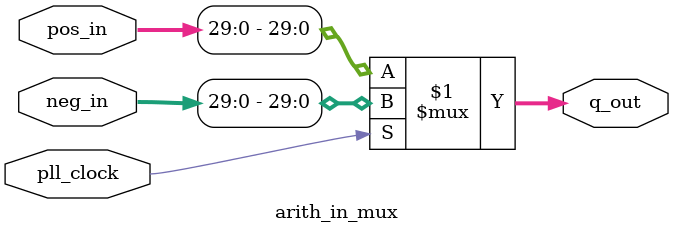
<source format=v>
module arith_in_mux (pos_in, neg_in, q_out, pll_clock);
// signals for connecting to the Avalon fabric

parameter WIDTH = 30;
input pll_clock;
input [31:0] pos_in, neg_in;
output [WIDTH-1:0] q_out;


assign q_out = pll_clock ? neg_in[WIDTH-1:0] : pos_in[WIDTH-1:0];

endmodule
</source>
